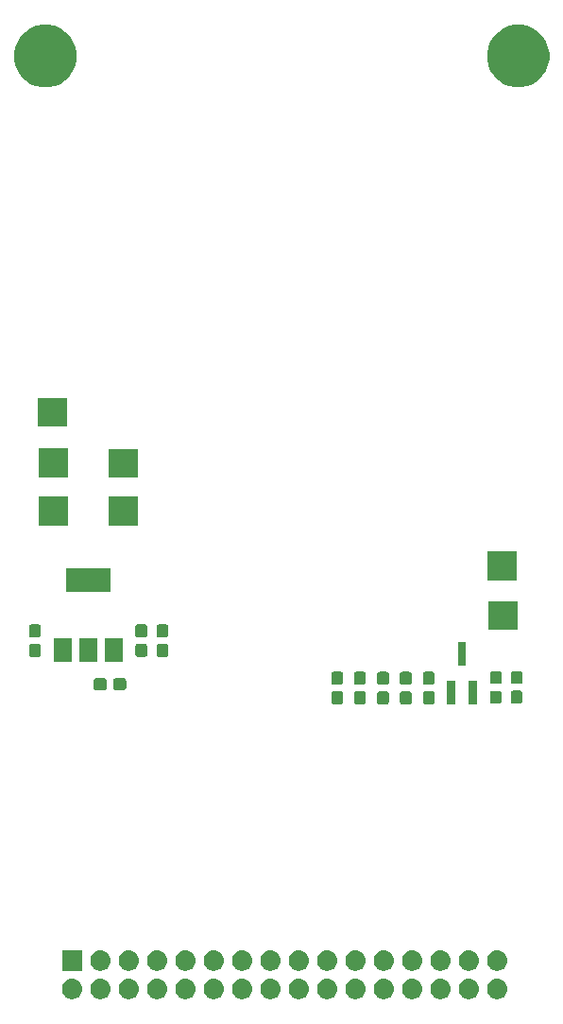
<source format=gbr>
G04 #@! TF.GenerationSoftware,KiCad,Pcbnew,(5.1.4)-1*
G04 #@! TF.CreationDate,2019-11-26T18:47:21+08:00*
G04 #@! TF.ProjectId,TFT8K3548FPC-A1-E-DIP,54465438-4b33-4353-9438-4650432d4131,rev?*
G04 #@! TF.SameCoordinates,Original*
G04 #@! TF.FileFunction,Soldermask,Bot*
G04 #@! TF.FilePolarity,Negative*
%FSLAX46Y46*%
G04 Gerber Fmt 4.6, Leading zero omitted, Abs format (unit mm)*
G04 Created by KiCad (PCBNEW (5.1.4)-1) date 2019-11-26 18:47:21*
%MOMM*%
%LPD*%
G04 APERTURE LIST*
%ADD10C,0.100000*%
G04 APERTURE END LIST*
D10*
G36*
X106110443Y-116245519D02*
G01*
X106176627Y-116252037D01*
X106346466Y-116303557D01*
X106502991Y-116387222D01*
X106538729Y-116416552D01*
X106640186Y-116499814D01*
X106723448Y-116601271D01*
X106752778Y-116637009D01*
X106836443Y-116793534D01*
X106887963Y-116963373D01*
X106905359Y-117140000D01*
X106887963Y-117316627D01*
X106836443Y-117486466D01*
X106752778Y-117642991D01*
X106723448Y-117678729D01*
X106640186Y-117780186D01*
X106538729Y-117863448D01*
X106502991Y-117892778D01*
X106346466Y-117976443D01*
X106176627Y-118027963D01*
X106110442Y-118034482D01*
X106044260Y-118041000D01*
X105955740Y-118041000D01*
X105889558Y-118034482D01*
X105823373Y-118027963D01*
X105653534Y-117976443D01*
X105497009Y-117892778D01*
X105461271Y-117863448D01*
X105359814Y-117780186D01*
X105276552Y-117678729D01*
X105247222Y-117642991D01*
X105163557Y-117486466D01*
X105112037Y-117316627D01*
X105094641Y-117140000D01*
X105112037Y-116963373D01*
X105163557Y-116793534D01*
X105247222Y-116637009D01*
X105276552Y-116601271D01*
X105359814Y-116499814D01*
X105461271Y-116416552D01*
X105497009Y-116387222D01*
X105653534Y-116303557D01*
X105823373Y-116252037D01*
X105889557Y-116245519D01*
X105955740Y-116239000D01*
X106044260Y-116239000D01*
X106110443Y-116245519D01*
X106110443Y-116245519D01*
G37*
G36*
X123890443Y-116245519D02*
G01*
X123956627Y-116252037D01*
X124126466Y-116303557D01*
X124282991Y-116387222D01*
X124318729Y-116416552D01*
X124420186Y-116499814D01*
X124503448Y-116601271D01*
X124532778Y-116637009D01*
X124616443Y-116793534D01*
X124667963Y-116963373D01*
X124685359Y-117140000D01*
X124667963Y-117316627D01*
X124616443Y-117486466D01*
X124532778Y-117642991D01*
X124503448Y-117678729D01*
X124420186Y-117780186D01*
X124318729Y-117863448D01*
X124282991Y-117892778D01*
X124126466Y-117976443D01*
X123956627Y-118027963D01*
X123890442Y-118034482D01*
X123824260Y-118041000D01*
X123735740Y-118041000D01*
X123669558Y-118034482D01*
X123603373Y-118027963D01*
X123433534Y-117976443D01*
X123277009Y-117892778D01*
X123241271Y-117863448D01*
X123139814Y-117780186D01*
X123056552Y-117678729D01*
X123027222Y-117642991D01*
X122943557Y-117486466D01*
X122892037Y-117316627D01*
X122874641Y-117140000D01*
X122892037Y-116963373D01*
X122943557Y-116793534D01*
X123027222Y-116637009D01*
X123056552Y-116601271D01*
X123139814Y-116499814D01*
X123241271Y-116416552D01*
X123277009Y-116387222D01*
X123433534Y-116303557D01*
X123603373Y-116252037D01*
X123669557Y-116245519D01*
X123735740Y-116239000D01*
X123824260Y-116239000D01*
X123890443Y-116245519D01*
X123890443Y-116245519D01*
G37*
G36*
X131510443Y-116245519D02*
G01*
X131576627Y-116252037D01*
X131746466Y-116303557D01*
X131902991Y-116387222D01*
X131938729Y-116416552D01*
X132040186Y-116499814D01*
X132123448Y-116601271D01*
X132152778Y-116637009D01*
X132236443Y-116793534D01*
X132287963Y-116963373D01*
X132305359Y-117140000D01*
X132287963Y-117316627D01*
X132236443Y-117486466D01*
X132152778Y-117642991D01*
X132123448Y-117678729D01*
X132040186Y-117780186D01*
X131938729Y-117863448D01*
X131902991Y-117892778D01*
X131746466Y-117976443D01*
X131576627Y-118027963D01*
X131510442Y-118034482D01*
X131444260Y-118041000D01*
X131355740Y-118041000D01*
X131289558Y-118034482D01*
X131223373Y-118027963D01*
X131053534Y-117976443D01*
X130897009Y-117892778D01*
X130861271Y-117863448D01*
X130759814Y-117780186D01*
X130676552Y-117678729D01*
X130647222Y-117642991D01*
X130563557Y-117486466D01*
X130512037Y-117316627D01*
X130494641Y-117140000D01*
X130512037Y-116963373D01*
X130563557Y-116793534D01*
X130647222Y-116637009D01*
X130676552Y-116601271D01*
X130759814Y-116499814D01*
X130861271Y-116416552D01*
X130897009Y-116387222D01*
X131053534Y-116303557D01*
X131223373Y-116252037D01*
X131289557Y-116245519D01*
X131355740Y-116239000D01*
X131444260Y-116239000D01*
X131510443Y-116245519D01*
X131510443Y-116245519D01*
G37*
G36*
X134050443Y-116245519D02*
G01*
X134116627Y-116252037D01*
X134286466Y-116303557D01*
X134442991Y-116387222D01*
X134478729Y-116416552D01*
X134580186Y-116499814D01*
X134663448Y-116601271D01*
X134692778Y-116637009D01*
X134776443Y-116793534D01*
X134827963Y-116963373D01*
X134845359Y-117140000D01*
X134827963Y-117316627D01*
X134776443Y-117486466D01*
X134692778Y-117642991D01*
X134663448Y-117678729D01*
X134580186Y-117780186D01*
X134478729Y-117863448D01*
X134442991Y-117892778D01*
X134286466Y-117976443D01*
X134116627Y-118027963D01*
X134050442Y-118034482D01*
X133984260Y-118041000D01*
X133895740Y-118041000D01*
X133829558Y-118034482D01*
X133763373Y-118027963D01*
X133593534Y-117976443D01*
X133437009Y-117892778D01*
X133401271Y-117863448D01*
X133299814Y-117780186D01*
X133216552Y-117678729D01*
X133187222Y-117642991D01*
X133103557Y-117486466D01*
X133052037Y-117316627D01*
X133034641Y-117140000D01*
X133052037Y-116963373D01*
X133103557Y-116793534D01*
X133187222Y-116637009D01*
X133216552Y-116601271D01*
X133299814Y-116499814D01*
X133401271Y-116416552D01*
X133437009Y-116387222D01*
X133593534Y-116303557D01*
X133763373Y-116252037D01*
X133829557Y-116245519D01*
X133895740Y-116239000D01*
X133984260Y-116239000D01*
X134050443Y-116245519D01*
X134050443Y-116245519D01*
G37*
G36*
X136590443Y-116245519D02*
G01*
X136656627Y-116252037D01*
X136826466Y-116303557D01*
X136982991Y-116387222D01*
X137018729Y-116416552D01*
X137120186Y-116499814D01*
X137203448Y-116601271D01*
X137232778Y-116637009D01*
X137316443Y-116793534D01*
X137367963Y-116963373D01*
X137385359Y-117140000D01*
X137367963Y-117316627D01*
X137316443Y-117486466D01*
X137232778Y-117642991D01*
X137203448Y-117678729D01*
X137120186Y-117780186D01*
X137018729Y-117863448D01*
X136982991Y-117892778D01*
X136826466Y-117976443D01*
X136656627Y-118027963D01*
X136590442Y-118034482D01*
X136524260Y-118041000D01*
X136435740Y-118041000D01*
X136369558Y-118034482D01*
X136303373Y-118027963D01*
X136133534Y-117976443D01*
X135977009Y-117892778D01*
X135941271Y-117863448D01*
X135839814Y-117780186D01*
X135756552Y-117678729D01*
X135727222Y-117642991D01*
X135643557Y-117486466D01*
X135592037Y-117316627D01*
X135574641Y-117140000D01*
X135592037Y-116963373D01*
X135643557Y-116793534D01*
X135727222Y-116637009D01*
X135756552Y-116601271D01*
X135839814Y-116499814D01*
X135941271Y-116416552D01*
X135977009Y-116387222D01*
X136133534Y-116303557D01*
X136303373Y-116252037D01*
X136369557Y-116245519D01*
X136435740Y-116239000D01*
X136524260Y-116239000D01*
X136590443Y-116245519D01*
X136590443Y-116245519D01*
G37*
G36*
X139130443Y-116245519D02*
G01*
X139196627Y-116252037D01*
X139366466Y-116303557D01*
X139522991Y-116387222D01*
X139558729Y-116416552D01*
X139660186Y-116499814D01*
X139743448Y-116601271D01*
X139772778Y-116637009D01*
X139856443Y-116793534D01*
X139907963Y-116963373D01*
X139925359Y-117140000D01*
X139907963Y-117316627D01*
X139856443Y-117486466D01*
X139772778Y-117642991D01*
X139743448Y-117678729D01*
X139660186Y-117780186D01*
X139558729Y-117863448D01*
X139522991Y-117892778D01*
X139366466Y-117976443D01*
X139196627Y-118027963D01*
X139130442Y-118034482D01*
X139064260Y-118041000D01*
X138975740Y-118041000D01*
X138909558Y-118034482D01*
X138843373Y-118027963D01*
X138673534Y-117976443D01*
X138517009Y-117892778D01*
X138481271Y-117863448D01*
X138379814Y-117780186D01*
X138296552Y-117678729D01*
X138267222Y-117642991D01*
X138183557Y-117486466D01*
X138132037Y-117316627D01*
X138114641Y-117140000D01*
X138132037Y-116963373D01*
X138183557Y-116793534D01*
X138267222Y-116637009D01*
X138296552Y-116601271D01*
X138379814Y-116499814D01*
X138481271Y-116416552D01*
X138517009Y-116387222D01*
X138673534Y-116303557D01*
X138843373Y-116252037D01*
X138909557Y-116245519D01*
X138975740Y-116239000D01*
X139064260Y-116239000D01*
X139130443Y-116245519D01*
X139130443Y-116245519D01*
G37*
G36*
X128970443Y-116245519D02*
G01*
X129036627Y-116252037D01*
X129206466Y-116303557D01*
X129362991Y-116387222D01*
X129398729Y-116416552D01*
X129500186Y-116499814D01*
X129583448Y-116601271D01*
X129612778Y-116637009D01*
X129696443Y-116793534D01*
X129747963Y-116963373D01*
X129765359Y-117140000D01*
X129747963Y-117316627D01*
X129696443Y-117486466D01*
X129612778Y-117642991D01*
X129583448Y-117678729D01*
X129500186Y-117780186D01*
X129398729Y-117863448D01*
X129362991Y-117892778D01*
X129206466Y-117976443D01*
X129036627Y-118027963D01*
X128970442Y-118034482D01*
X128904260Y-118041000D01*
X128815740Y-118041000D01*
X128749558Y-118034482D01*
X128683373Y-118027963D01*
X128513534Y-117976443D01*
X128357009Y-117892778D01*
X128321271Y-117863448D01*
X128219814Y-117780186D01*
X128136552Y-117678729D01*
X128107222Y-117642991D01*
X128023557Y-117486466D01*
X127972037Y-117316627D01*
X127954641Y-117140000D01*
X127972037Y-116963373D01*
X128023557Y-116793534D01*
X128107222Y-116637009D01*
X128136552Y-116601271D01*
X128219814Y-116499814D01*
X128321271Y-116416552D01*
X128357009Y-116387222D01*
X128513534Y-116303557D01*
X128683373Y-116252037D01*
X128749557Y-116245519D01*
X128815740Y-116239000D01*
X128904260Y-116239000D01*
X128970443Y-116245519D01*
X128970443Y-116245519D01*
G37*
G36*
X126430443Y-116245519D02*
G01*
X126496627Y-116252037D01*
X126666466Y-116303557D01*
X126822991Y-116387222D01*
X126858729Y-116416552D01*
X126960186Y-116499814D01*
X127043448Y-116601271D01*
X127072778Y-116637009D01*
X127156443Y-116793534D01*
X127207963Y-116963373D01*
X127225359Y-117140000D01*
X127207963Y-117316627D01*
X127156443Y-117486466D01*
X127072778Y-117642991D01*
X127043448Y-117678729D01*
X126960186Y-117780186D01*
X126858729Y-117863448D01*
X126822991Y-117892778D01*
X126666466Y-117976443D01*
X126496627Y-118027963D01*
X126430442Y-118034482D01*
X126364260Y-118041000D01*
X126275740Y-118041000D01*
X126209558Y-118034482D01*
X126143373Y-118027963D01*
X125973534Y-117976443D01*
X125817009Y-117892778D01*
X125781271Y-117863448D01*
X125679814Y-117780186D01*
X125596552Y-117678729D01*
X125567222Y-117642991D01*
X125483557Y-117486466D01*
X125432037Y-117316627D01*
X125414641Y-117140000D01*
X125432037Y-116963373D01*
X125483557Y-116793534D01*
X125567222Y-116637009D01*
X125596552Y-116601271D01*
X125679814Y-116499814D01*
X125781271Y-116416552D01*
X125817009Y-116387222D01*
X125973534Y-116303557D01*
X126143373Y-116252037D01*
X126209557Y-116245519D01*
X126275740Y-116239000D01*
X126364260Y-116239000D01*
X126430443Y-116245519D01*
X126430443Y-116245519D01*
G37*
G36*
X141670443Y-116245519D02*
G01*
X141736627Y-116252037D01*
X141906466Y-116303557D01*
X142062991Y-116387222D01*
X142098729Y-116416552D01*
X142200186Y-116499814D01*
X142283448Y-116601271D01*
X142312778Y-116637009D01*
X142396443Y-116793534D01*
X142447963Y-116963373D01*
X142465359Y-117140000D01*
X142447963Y-117316627D01*
X142396443Y-117486466D01*
X142312778Y-117642991D01*
X142283448Y-117678729D01*
X142200186Y-117780186D01*
X142098729Y-117863448D01*
X142062991Y-117892778D01*
X141906466Y-117976443D01*
X141736627Y-118027963D01*
X141670442Y-118034482D01*
X141604260Y-118041000D01*
X141515740Y-118041000D01*
X141449558Y-118034482D01*
X141383373Y-118027963D01*
X141213534Y-117976443D01*
X141057009Y-117892778D01*
X141021271Y-117863448D01*
X140919814Y-117780186D01*
X140836552Y-117678729D01*
X140807222Y-117642991D01*
X140723557Y-117486466D01*
X140672037Y-117316627D01*
X140654641Y-117140000D01*
X140672037Y-116963373D01*
X140723557Y-116793534D01*
X140807222Y-116637009D01*
X140836552Y-116601271D01*
X140919814Y-116499814D01*
X141021271Y-116416552D01*
X141057009Y-116387222D01*
X141213534Y-116303557D01*
X141383373Y-116252037D01*
X141449557Y-116245519D01*
X141515740Y-116239000D01*
X141604260Y-116239000D01*
X141670443Y-116245519D01*
X141670443Y-116245519D01*
G37*
G36*
X118810443Y-116245519D02*
G01*
X118876627Y-116252037D01*
X119046466Y-116303557D01*
X119202991Y-116387222D01*
X119238729Y-116416552D01*
X119340186Y-116499814D01*
X119423448Y-116601271D01*
X119452778Y-116637009D01*
X119536443Y-116793534D01*
X119587963Y-116963373D01*
X119605359Y-117140000D01*
X119587963Y-117316627D01*
X119536443Y-117486466D01*
X119452778Y-117642991D01*
X119423448Y-117678729D01*
X119340186Y-117780186D01*
X119238729Y-117863448D01*
X119202991Y-117892778D01*
X119046466Y-117976443D01*
X118876627Y-118027963D01*
X118810442Y-118034482D01*
X118744260Y-118041000D01*
X118655740Y-118041000D01*
X118589558Y-118034482D01*
X118523373Y-118027963D01*
X118353534Y-117976443D01*
X118197009Y-117892778D01*
X118161271Y-117863448D01*
X118059814Y-117780186D01*
X117976552Y-117678729D01*
X117947222Y-117642991D01*
X117863557Y-117486466D01*
X117812037Y-117316627D01*
X117794641Y-117140000D01*
X117812037Y-116963373D01*
X117863557Y-116793534D01*
X117947222Y-116637009D01*
X117976552Y-116601271D01*
X118059814Y-116499814D01*
X118161271Y-116416552D01*
X118197009Y-116387222D01*
X118353534Y-116303557D01*
X118523373Y-116252037D01*
X118589557Y-116245519D01*
X118655740Y-116239000D01*
X118744260Y-116239000D01*
X118810443Y-116245519D01*
X118810443Y-116245519D01*
G37*
G36*
X144210443Y-116245519D02*
G01*
X144276627Y-116252037D01*
X144446466Y-116303557D01*
X144602991Y-116387222D01*
X144638729Y-116416552D01*
X144740186Y-116499814D01*
X144823448Y-116601271D01*
X144852778Y-116637009D01*
X144936443Y-116793534D01*
X144987963Y-116963373D01*
X145005359Y-117140000D01*
X144987963Y-117316627D01*
X144936443Y-117486466D01*
X144852778Y-117642991D01*
X144823448Y-117678729D01*
X144740186Y-117780186D01*
X144638729Y-117863448D01*
X144602991Y-117892778D01*
X144446466Y-117976443D01*
X144276627Y-118027963D01*
X144210442Y-118034482D01*
X144144260Y-118041000D01*
X144055740Y-118041000D01*
X143989558Y-118034482D01*
X143923373Y-118027963D01*
X143753534Y-117976443D01*
X143597009Y-117892778D01*
X143561271Y-117863448D01*
X143459814Y-117780186D01*
X143376552Y-117678729D01*
X143347222Y-117642991D01*
X143263557Y-117486466D01*
X143212037Y-117316627D01*
X143194641Y-117140000D01*
X143212037Y-116963373D01*
X143263557Y-116793534D01*
X143347222Y-116637009D01*
X143376552Y-116601271D01*
X143459814Y-116499814D01*
X143561271Y-116416552D01*
X143597009Y-116387222D01*
X143753534Y-116303557D01*
X143923373Y-116252037D01*
X143989557Y-116245519D01*
X144055740Y-116239000D01*
X144144260Y-116239000D01*
X144210443Y-116245519D01*
X144210443Y-116245519D01*
G37*
G36*
X116270443Y-116245519D02*
G01*
X116336627Y-116252037D01*
X116506466Y-116303557D01*
X116662991Y-116387222D01*
X116698729Y-116416552D01*
X116800186Y-116499814D01*
X116883448Y-116601271D01*
X116912778Y-116637009D01*
X116996443Y-116793534D01*
X117047963Y-116963373D01*
X117065359Y-117140000D01*
X117047963Y-117316627D01*
X116996443Y-117486466D01*
X116912778Y-117642991D01*
X116883448Y-117678729D01*
X116800186Y-117780186D01*
X116698729Y-117863448D01*
X116662991Y-117892778D01*
X116506466Y-117976443D01*
X116336627Y-118027963D01*
X116270442Y-118034482D01*
X116204260Y-118041000D01*
X116115740Y-118041000D01*
X116049558Y-118034482D01*
X115983373Y-118027963D01*
X115813534Y-117976443D01*
X115657009Y-117892778D01*
X115621271Y-117863448D01*
X115519814Y-117780186D01*
X115436552Y-117678729D01*
X115407222Y-117642991D01*
X115323557Y-117486466D01*
X115272037Y-117316627D01*
X115254641Y-117140000D01*
X115272037Y-116963373D01*
X115323557Y-116793534D01*
X115407222Y-116637009D01*
X115436552Y-116601271D01*
X115519814Y-116499814D01*
X115621271Y-116416552D01*
X115657009Y-116387222D01*
X115813534Y-116303557D01*
X115983373Y-116252037D01*
X116049557Y-116245519D01*
X116115740Y-116239000D01*
X116204260Y-116239000D01*
X116270443Y-116245519D01*
X116270443Y-116245519D01*
G37*
G36*
X113730443Y-116245519D02*
G01*
X113796627Y-116252037D01*
X113966466Y-116303557D01*
X114122991Y-116387222D01*
X114158729Y-116416552D01*
X114260186Y-116499814D01*
X114343448Y-116601271D01*
X114372778Y-116637009D01*
X114456443Y-116793534D01*
X114507963Y-116963373D01*
X114525359Y-117140000D01*
X114507963Y-117316627D01*
X114456443Y-117486466D01*
X114372778Y-117642991D01*
X114343448Y-117678729D01*
X114260186Y-117780186D01*
X114158729Y-117863448D01*
X114122991Y-117892778D01*
X113966466Y-117976443D01*
X113796627Y-118027963D01*
X113730442Y-118034482D01*
X113664260Y-118041000D01*
X113575740Y-118041000D01*
X113509558Y-118034482D01*
X113443373Y-118027963D01*
X113273534Y-117976443D01*
X113117009Y-117892778D01*
X113081271Y-117863448D01*
X112979814Y-117780186D01*
X112896552Y-117678729D01*
X112867222Y-117642991D01*
X112783557Y-117486466D01*
X112732037Y-117316627D01*
X112714641Y-117140000D01*
X112732037Y-116963373D01*
X112783557Y-116793534D01*
X112867222Y-116637009D01*
X112896552Y-116601271D01*
X112979814Y-116499814D01*
X113081271Y-116416552D01*
X113117009Y-116387222D01*
X113273534Y-116303557D01*
X113443373Y-116252037D01*
X113509557Y-116245519D01*
X113575740Y-116239000D01*
X113664260Y-116239000D01*
X113730443Y-116245519D01*
X113730443Y-116245519D01*
G37*
G36*
X111190443Y-116245519D02*
G01*
X111256627Y-116252037D01*
X111426466Y-116303557D01*
X111582991Y-116387222D01*
X111618729Y-116416552D01*
X111720186Y-116499814D01*
X111803448Y-116601271D01*
X111832778Y-116637009D01*
X111916443Y-116793534D01*
X111967963Y-116963373D01*
X111985359Y-117140000D01*
X111967963Y-117316627D01*
X111916443Y-117486466D01*
X111832778Y-117642991D01*
X111803448Y-117678729D01*
X111720186Y-117780186D01*
X111618729Y-117863448D01*
X111582991Y-117892778D01*
X111426466Y-117976443D01*
X111256627Y-118027963D01*
X111190442Y-118034482D01*
X111124260Y-118041000D01*
X111035740Y-118041000D01*
X110969558Y-118034482D01*
X110903373Y-118027963D01*
X110733534Y-117976443D01*
X110577009Y-117892778D01*
X110541271Y-117863448D01*
X110439814Y-117780186D01*
X110356552Y-117678729D01*
X110327222Y-117642991D01*
X110243557Y-117486466D01*
X110192037Y-117316627D01*
X110174641Y-117140000D01*
X110192037Y-116963373D01*
X110243557Y-116793534D01*
X110327222Y-116637009D01*
X110356552Y-116601271D01*
X110439814Y-116499814D01*
X110541271Y-116416552D01*
X110577009Y-116387222D01*
X110733534Y-116303557D01*
X110903373Y-116252037D01*
X110969557Y-116245519D01*
X111035740Y-116239000D01*
X111124260Y-116239000D01*
X111190443Y-116245519D01*
X111190443Y-116245519D01*
G37*
G36*
X108650443Y-116245519D02*
G01*
X108716627Y-116252037D01*
X108886466Y-116303557D01*
X109042991Y-116387222D01*
X109078729Y-116416552D01*
X109180186Y-116499814D01*
X109263448Y-116601271D01*
X109292778Y-116637009D01*
X109376443Y-116793534D01*
X109427963Y-116963373D01*
X109445359Y-117140000D01*
X109427963Y-117316627D01*
X109376443Y-117486466D01*
X109292778Y-117642991D01*
X109263448Y-117678729D01*
X109180186Y-117780186D01*
X109078729Y-117863448D01*
X109042991Y-117892778D01*
X108886466Y-117976443D01*
X108716627Y-118027963D01*
X108650442Y-118034482D01*
X108584260Y-118041000D01*
X108495740Y-118041000D01*
X108429558Y-118034482D01*
X108363373Y-118027963D01*
X108193534Y-117976443D01*
X108037009Y-117892778D01*
X108001271Y-117863448D01*
X107899814Y-117780186D01*
X107816552Y-117678729D01*
X107787222Y-117642991D01*
X107703557Y-117486466D01*
X107652037Y-117316627D01*
X107634641Y-117140000D01*
X107652037Y-116963373D01*
X107703557Y-116793534D01*
X107787222Y-116637009D01*
X107816552Y-116601271D01*
X107899814Y-116499814D01*
X108001271Y-116416552D01*
X108037009Y-116387222D01*
X108193534Y-116303557D01*
X108363373Y-116252037D01*
X108429557Y-116245519D01*
X108495740Y-116239000D01*
X108584260Y-116239000D01*
X108650443Y-116245519D01*
X108650443Y-116245519D01*
G37*
G36*
X121350443Y-116245519D02*
G01*
X121416627Y-116252037D01*
X121586466Y-116303557D01*
X121742991Y-116387222D01*
X121778729Y-116416552D01*
X121880186Y-116499814D01*
X121963448Y-116601271D01*
X121992778Y-116637009D01*
X122076443Y-116793534D01*
X122127963Y-116963373D01*
X122145359Y-117140000D01*
X122127963Y-117316627D01*
X122076443Y-117486466D01*
X121992778Y-117642991D01*
X121963448Y-117678729D01*
X121880186Y-117780186D01*
X121778729Y-117863448D01*
X121742991Y-117892778D01*
X121586466Y-117976443D01*
X121416627Y-118027963D01*
X121350442Y-118034482D01*
X121284260Y-118041000D01*
X121195740Y-118041000D01*
X121129558Y-118034482D01*
X121063373Y-118027963D01*
X120893534Y-117976443D01*
X120737009Y-117892778D01*
X120701271Y-117863448D01*
X120599814Y-117780186D01*
X120516552Y-117678729D01*
X120487222Y-117642991D01*
X120403557Y-117486466D01*
X120352037Y-117316627D01*
X120334641Y-117140000D01*
X120352037Y-116963373D01*
X120403557Y-116793534D01*
X120487222Y-116637009D01*
X120516552Y-116601271D01*
X120599814Y-116499814D01*
X120701271Y-116416552D01*
X120737009Y-116387222D01*
X120893534Y-116303557D01*
X121063373Y-116252037D01*
X121129557Y-116245519D01*
X121195740Y-116239000D01*
X121284260Y-116239000D01*
X121350443Y-116245519D01*
X121350443Y-116245519D01*
G37*
G36*
X139130443Y-113705519D02*
G01*
X139196627Y-113712037D01*
X139366466Y-113763557D01*
X139522991Y-113847222D01*
X139558729Y-113876552D01*
X139660186Y-113959814D01*
X139743448Y-114061271D01*
X139772778Y-114097009D01*
X139856443Y-114253534D01*
X139907963Y-114423373D01*
X139925359Y-114600000D01*
X139907963Y-114776627D01*
X139856443Y-114946466D01*
X139772778Y-115102991D01*
X139743448Y-115138729D01*
X139660186Y-115240186D01*
X139558729Y-115323448D01*
X139522991Y-115352778D01*
X139366466Y-115436443D01*
X139196627Y-115487963D01*
X139130443Y-115494481D01*
X139064260Y-115501000D01*
X138975740Y-115501000D01*
X138909557Y-115494481D01*
X138843373Y-115487963D01*
X138673534Y-115436443D01*
X138517009Y-115352778D01*
X138481271Y-115323448D01*
X138379814Y-115240186D01*
X138296552Y-115138729D01*
X138267222Y-115102991D01*
X138183557Y-114946466D01*
X138132037Y-114776627D01*
X138114641Y-114600000D01*
X138132037Y-114423373D01*
X138183557Y-114253534D01*
X138267222Y-114097009D01*
X138296552Y-114061271D01*
X138379814Y-113959814D01*
X138481271Y-113876552D01*
X138517009Y-113847222D01*
X138673534Y-113763557D01*
X138843373Y-113712037D01*
X138909557Y-113705519D01*
X138975740Y-113699000D01*
X139064260Y-113699000D01*
X139130443Y-113705519D01*
X139130443Y-113705519D01*
G37*
G36*
X108650443Y-113705519D02*
G01*
X108716627Y-113712037D01*
X108886466Y-113763557D01*
X109042991Y-113847222D01*
X109078729Y-113876552D01*
X109180186Y-113959814D01*
X109263448Y-114061271D01*
X109292778Y-114097009D01*
X109376443Y-114253534D01*
X109427963Y-114423373D01*
X109445359Y-114600000D01*
X109427963Y-114776627D01*
X109376443Y-114946466D01*
X109292778Y-115102991D01*
X109263448Y-115138729D01*
X109180186Y-115240186D01*
X109078729Y-115323448D01*
X109042991Y-115352778D01*
X108886466Y-115436443D01*
X108716627Y-115487963D01*
X108650443Y-115494481D01*
X108584260Y-115501000D01*
X108495740Y-115501000D01*
X108429557Y-115494481D01*
X108363373Y-115487963D01*
X108193534Y-115436443D01*
X108037009Y-115352778D01*
X108001271Y-115323448D01*
X107899814Y-115240186D01*
X107816552Y-115138729D01*
X107787222Y-115102991D01*
X107703557Y-114946466D01*
X107652037Y-114776627D01*
X107634641Y-114600000D01*
X107652037Y-114423373D01*
X107703557Y-114253534D01*
X107787222Y-114097009D01*
X107816552Y-114061271D01*
X107899814Y-113959814D01*
X108001271Y-113876552D01*
X108037009Y-113847222D01*
X108193534Y-113763557D01*
X108363373Y-113712037D01*
X108429557Y-113705519D01*
X108495740Y-113699000D01*
X108584260Y-113699000D01*
X108650443Y-113705519D01*
X108650443Y-113705519D01*
G37*
G36*
X106901000Y-115501000D02*
G01*
X105099000Y-115501000D01*
X105099000Y-113699000D01*
X106901000Y-113699000D01*
X106901000Y-115501000D01*
X106901000Y-115501000D01*
G37*
G36*
X111190443Y-113705519D02*
G01*
X111256627Y-113712037D01*
X111426466Y-113763557D01*
X111582991Y-113847222D01*
X111618729Y-113876552D01*
X111720186Y-113959814D01*
X111803448Y-114061271D01*
X111832778Y-114097009D01*
X111916443Y-114253534D01*
X111967963Y-114423373D01*
X111985359Y-114600000D01*
X111967963Y-114776627D01*
X111916443Y-114946466D01*
X111832778Y-115102991D01*
X111803448Y-115138729D01*
X111720186Y-115240186D01*
X111618729Y-115323448D01*
X111582991Y-115352778D01*
X111426466Y-115436443D01*
X111256627Y-115487963D01*
X111190443Y-115494481D01*
X111124260Y-115501000D01*
X111035740Y-115501000D01*
X110969557Y-115494481D01*
X110903373Y-115487963D01*
X110733534Y-115436443D01*
X110577009Y-115352778D01*
X110541271Y-115323448D01*
X110439814Y-115240186D01*
X110356552Y-115138729D01*
X110327222Y-115102991D01*
X110243557Y-114946466D01*
X110192037Y-114776627D01*
X110174641Y-114600000D01*
X110192037Y-114423373D01*
X110243557Y-114253534D01*
X110327222Y-114097009D01*
X110356552Y-114061271D01*
X110439814Y-113959814D01*
X110541271Y-113876552D01*
X110577009Y-113847222D01*
X110733534Y-113763557D01*
X110903373Y-113712037D01*
X110969557Y-113705519D01*
X111035740Y-113699000D01*
X111124260Y-113699000D01*
X111190443Y-113705519D01*
X111190443Y-113705519D01*
G37*
G36*
X131510443Y-113705519D02*
G01*
X131576627Y-113712037D01*
X131746466Y-113763557D01*
X131902991Y-113847222D01*
X131938729Y-113876552D01*
X132040186Y-113959814D01*
X132123448Y-114061271D01*
X132152778Y-114097009D01*
X132236443Y-114253534D01*
X132287963Y-114423373D01*
X132305359Y-114600000D01*
X132287963Y-114776627D01*
X132236443Y-114946466D01*
X132152778Y-115102991D01*
X132123448Y-115138729D01*
X132040186Y-115240186D01*
X131938729Y-115323448D01*
X131902991Y-115352778D01*
X131746466Y-115436443D01*
X131576627Y-115487963D01*
X131510443Y-115494481D01*
X131444260Y-115501000D01*
X131355740Y-115501000D01*
X131289557Y-115494481D01*
X131223373Y-115487963D01*
X131053534Y-115436443D01*
X130897009Y-115352778D01*
X130861271Y-115323448D01*
X130759814Y-115240186D01*
X130676552Y-115138729D01*
X130647222Y-115102991D01*
X130563557Y-114946466D01*
X130512037Y-114776627D01*
X130494641Y-114600000D01*
X130512037Y-114423373D01*
X130563557Y-114253534D01*
X130647222Y-114097009D01*
X130676552Y-114061271D01*
X130759814Y-113959814D01*
X130861271Y-113876552D01*
X130897009Y-113847222D01*
X131053534Y-113763557D01*
X131223373Y-113712037D01*
X131289557Y-113705519D01*
X131355740Y-113699000D01*
X131444260Y-113699000D01*
X131510443Y-113705519D01*
X131510443Y-113705519D01*
G37*
G36*
X128970443Y-113705519D02*
G01*
X129036627Y-113712037D01*
X129206466Y-113763557D01*
X129362991Y-113847222D01*
X129398729Y-113876552D01*
X129500186Y-113959814D01*
X129583448Y-114061271D01*
X129612778Y-114097009D01*
X129696443Y-114253534D01*
X129747963Y-114423373D01*
X129765359Y-114600000D01*
X129747963Y-114776627D01*
X129696443Y-114946466D01*
X129612778Y-115102991D01*
X129583448Y-115138729D01*
X129500186Y-115240186D01*
X129398729Y-115323448D01*
X129362991Y-115352778D01*
X129206466Y-115436443D01*
X129036627Y-115487963D01*
X128970443Y-115494481D01*
X128904260Y-115501000D01*
X128815740Y-115501000D01*
X128749557Y-115494481D01*
X128683373Y-115487963D01*
X128513534Y-115436443D01*
X128357009Y-115352778D01*
X128321271Y-115323448D01*
X128219814Y-115240186D01*
X128136552Y-115138729D01*
X128107222Y-115102991D01*
X128023557Y-114946466D01*
X127972037Y-114776627D01*
X127954641Y-114600000D01*
X127972037Y-114423373D01*
X128023557Y-114253534D01*
X128107222Y-114097009D01*
X128136552Y-114061271D01*
X128219814Y-113959814D01*
X128321271Y-113876552D01*
X128357009Y-113847222D01*
X128513534Y-113763557D01*
X128683373Y-113712037D01*
X128749557Y-113705519D01*
X128815740Y-113699000D01*
X128904260Y-113699000D01*
X128970443Y-113705519D01*
X128970443Y-113705519D01*
G37*
G36*
X126430443Y-113705519D02*
G01*
X126496627Y-113712037D01*
X126666466Y-113763557D01*
X126822991Y-113847222D01*
X126858729Y-113876552D01*
X126960186Y-113959814D01*
X127043448Y-114061271D01*
X127072778Y-114097009D01*
X127156443Y-114253534D01*
X127207963Y-114423373D01*
X127225359Y-114600000D01*
X127207963Y-114776627D01*
X127156443Y-114946466D01*
X127072778Y-115102991D01*
X127043448Y-115138729D01*
X126960186Y-115240186D01*
X126858729Y-115323448D01*
X126822991Y-115352778D01*
X126666466Y-115436443D01*
X126496627Y-115487963D01*
X126430443Y-115494481D01*
X126364260Y-115501000D01*
X126275740Y-115501000D01*
X126209557Y-115494481D01*
X126143373Y-115487963D01*
X125973534Y-115436443D01*
X125817009Y-115352778D01*
X125781271Y-115323448D01*
X125679814Y-115240186D01*
X125596552Y-115138729D01*
X125567222Y-115102991D01*
X125483557Y-114946466D01*
X125432037Y-114776627D01*
X125414641Y-114600000D01*
X125432037Y-114423373D01*
X125483557Y-114253534D01*
X125567222Y-114097009D01*
X125596552Y-114061271D01*
X125679814Y-113959814D01*
X125781271Y-113876552D01*
X125817009Y-113847222D01*
X125973534Y-113763557D01*
X126143373Y-113712037D01*
X126209557Y-113705519D01*
X126275740Y-113699000D01*
X126364260Y-113699000D01*
X126430443Y-113705519D01*
X126430443Y-113705519D01*
G37*
G36*
X141670443Y-113705519D02*
G01*
X141736627Y-113712037D01*
X141906466Y-113763557D01*
X142062991Y-113847222D01*
X142098729Y-113876552D01*
X142200186Y-113959814D01*
X142283448Y-114061271D01*
X142312778Y-114097009D01*
X142396443Y-114253534D01*
X142447963Y-114423373D01*
X142465359Y-114600000D01*
X142447963Y-114776627D01*
X142396443Y-114946466D01*
X142312778Y-115102991D01*
X142283448Y-115138729D01*
X142200186Y-115240186D01*
X142098729Y-115323448D01*
X142062991Y-115352778D01*
X141906466Y-115436443D01*
X141736627Y-115487963D01*
X141670443Y-115494481D01*
X141604260Y-115501000D01*
X141515740Y-115501000D01*
X141449557Y-115494481D01*
X141383373Y-115487963D01*
X141213534Y-115436443D01*
X141057009Y-115352778D01*
X141021271Y-115323448D01*
X140919814Y-115240186D01*
X140836552Y-115138729D01*
X140807222Y-115102991D01*
X140723557Y-114946466D01*
X140672037Y-114776627D01*
X140654641Y-114600000D01*
X140672037Y-114423373D01*
X140723557Y-114253534D01*
X140807222Y-114097009D01*
X140836552Y-114061271D01*
X140919814Y-113959814D01*
X141021271Y-113876552D01*
X141057009Y-113847222D01*
X141213534Y-113763557D01*
X141383373Y-113712037D01*
X141449557Y-113705519D01*
X141515740Y-113699000D01*
X141604260Y-113699000D01*
X141670443Y-113705519D01*
X141670443Y-113705519D01*
G37*
G36*
X123890443Y-113705519D02*
G01*
X123956627Y-113712037D01*
X124126466Y-113763557D01*
X124282991Y-113847222D01*
X124318729Y-113876552D01*
X124420186Y-113959814D01*
X124503448Y-114061271D01*
X124532778Y-114097009D01*
X124616443Y-114253534D01*
X124667963Y-114423373D01*
X124685359Y-114600000D01*
X124667963Y-114776627D01*
X124616443Y-114946466D01*
X124532778Y-115102991D01*
X124503448Y-115138729D01*
X124420186Y-115240186D01*
X124318729Y-115323448D01*
X124282991Y-115352778D01*
X124126466Y-115436443D01*
X123956627Y-115487963D01*
X123890443Y-115494481D01*
X123824260Y-115501000D01*
X123735740Y-115501000D01*
X123669557Y-115494481D01*
X123603373Y-115487963D01*
X123433534Y-115436443D01*
X123277009Y-115352778D01*
X123241271Y-115323448D01*
X123139814Y-115240186D01*
X123056552Y-115138729D01*
X123027222Y-115102991D01*
X122943557Y-114946466D01*
X122892037Y-114776627D01*
X122874641Y-114600000D01*
X122892037Y-114423373D01*
X122943557Y-114253534D01*
X123027222Y-114097009D01*
X123056552Y-114061271D01*
X123139814Y-113959814D01*
X123241271Y-113876552D01*
X123277009Y-113847222D01*
X123433534Y-113763557D01*
X123603373Y-113712037D01*
X123669557Y-113705519D01*
X123735740Y-113699000D01*
X123824260Y-113699000D01*
X123890443Y-113705519D01*
X123890443Y-113705519D01*
G37*
G36*
X144210443Y-113705519D02*
G01*
X144276627Y-113712037D01*
X144446466Y-113763557D01*
X144602991Y-113847222D01*
X144638729Y-113876552D01*
X144740186Y-113959814D01*
X144823448Y-114061271D01*
X144852778Y-114097009D01*
X144936443Y-114253534D01*
X144987963Y-114423373D01*
X145005359Y-114600000D01*
X144987963Y-114776627D01*
X144936443Y-114946466D01*
X144852778Y-115102991D01*
X144823448Y-115138729D01*
X144740186Y-115240186D01*
X144638729Y-115323448D01*
X144602991Y-115352778D01*
X144446466Y-115436443D01*
X144276627Y-115487963D01*
X144210443Y-115494481D01*
X144144260Y-115501000D01*
X144055740Y-115501000D01*
X143989557Y-115494481D01*
X143923373Y-115487963D01*
X143753534Y-115436443D01*
X143597009Y-115352778D01*
X143561271Y-115323448D01*
X143459814Y-115240186D01*
X143376552Y-115138729D01*
X143347222Y-115102991D01*
X143263557Y-114946466D01*
X143212037Y-114776627D01*
X143194641Y-114600000D01*
X143212037Y-114423373D01*
X143263557Y-114253534D01*
X143347222Y-114097009D01*
X143376552Y-114061271D01*
X143459814Y-113959814D01*
X143561271Y-113876552D01*
X143597009Y-113847222D01*
X143753534Y-113763557D01*
X143923373Y-113712037D01*
X143989557Y-113705519D01*
X144055740Y-113699000D01*
X144144260Y-113699000D01*
X144210443Y-113705519D01*
X144210443Y-113705519D01*
G37*
G36*
X118810443Y-113705519D02*
G01*
X118876627Y-113712037D01*
X119046466Y-113763557D01*
X119202991Y-113847222D01*
X119238729Y-113876552D01*
X119340186Y-113959814D01*
X119423448Y-114061271D01*
X119452778Y-114097009D01*
X119536443Y-114253534D01*
X119587963Y-114423373D01*
X119605359Y-114600000D01*
X119587963Y-114776627D01*
X119536443Y-114946466D01*
X119452778Y-115102991D01*
X119423448Y-115138729D01*
X119340186Y-115240186D01*
X119238729Y-115323448D01*
X119202991Y-115352778D01*
X119046466Y-115436443D01*
X118876627Y-115487963D01*
X118810443Y-115494481D01*
X118744260Y-115501000D01*
X118655740Y-115501000D01*
X118589557Y-115494481D01*
X118523373Y-115487963D01*
X118353534Y-115436443D01*
X118197009Y-115352778D01*
X118161271Y-115323448D01*
X118059814Y-115240186D01*
X117976552Y-115138729D01*
X117947222Y-115102991D01*
X117863557Y-114946466D01*
X117812037Y-114776627D01*
X117794641Y-114600000D01*
X117812037Y-114423373D01*
X117863557Y-114253534D01*
X117947222Y-114097009D01*
X117976552Y-114061271D01*
X118059814Y-113959814D01*
X118161271Y-113876552D01*
X118197009Y-113847222D01*
X118353534Y-113763557D01*
X118523373Y-113712037D01*
X118589557Y-113705519D01*
X118655740Y-113699000D01*
X118744260Y-113699000D01*
X118810443Y-113705519D01*
X118810443Y-113705519D01*
G37*
G36*
X136590443Y-113705519D02*
G01*
X136656627Y-113712037D01*
X136826466Y-113763557D01*
X136982991Y-113847222D01*
X137018729Y-113876552D01*
X137120186Y-113959814D01*
X137203448Y-114061271D01*
X137232778Y-114097009D01*
X137316443Y-114253534D01*
X137367963Y-114423373D01*
X137385359Y-114600000D01*
X137367963Y-114776627D01*
X137316443Y-114946466D01*
X137232778Y-115102991D01*
X137203448Y-115138729D01*
X137120186Y-115240186D01*
X137018729Y-115323448D01*
X136982991Y-115352778D01*
X136826466Y-115436443D01*
X136656627Y-115487963D01*
X136590443Y-115494481D01*
X136524260Y-115501000D01*
X136435740Y-115501000D01*
X136369557Y-115494481D01*
X136303373Y-115487963D01*
X136133534Y-115436443D01*
X135977009Y-115352778D01*
X135941271Y-115323448D01*
X135839814Y-115240186D01*
X135756552Y-115138729D01*
X135727222Y-115102991D01*
X135643557Y-114946466D01*
X135592037Y-114776627D01*
X135574641Y-114600000D01*
X135592037Y-114423373D01*
X135643557Y-114253534D01*
X135727222Y-114097009D01*
X135756552Y-114061271D01*
X135839814Y-113959814D01*
X135941271Y-113876552D01*
X135977009Y-113847222D01*
X136133534Y-113763557D01*
X136303373Y-113712037D01*
X136369557Y-113705519D01*
X136435740Y-113699000D01*
X136524260Y-113699000D01*
X136590443Y-113705519D01*
X136590443Y-113705519D01*
G37*
G36*
X116270443Y-113705519D02*
G01*
X116336627Y-113712037D01*
X116506466Y-113763557D01*
X116662991Y-113847222D01*
X116698729Y-113876552D01*
X116800186Y-113959814D01*
X116883448Y-114061271D01*
X116912778Y-114097009D01*
X116996443Y-114253534D01*
X117047963Y-114423373D01*
X117065359Y-114600000D01*
X117047963Y-114776627D01*
X116996443Y-114946466D01*
X116912778Y-115102991D01*
X116883448Y-115138729D01*
X116800186Y-115240186D01*
X116698729Y-115323448D01*
X116662991Y-115352778D01*
X116506466Y-115436443D01*
X116336627Y-115487963D01*
X116270443Y-115494481D01*
X116204260Y-115501000D01*
X116115740Y-115501000D01*
X116049557Y-115494481D01*
X115983373Y-115487963D01*
X115813534Y-115436443D01*
X115657009Y-115352778D01*
X115621271Y-115323448D01*
X115519814Y-115240186D01*
X115436552Y-115138729D01*
X115407222Y-115102991D01*
X115323557Y-114946466D01*
X115272037Y-114776627D01*
X115254641Y-114600000D01*
X115272037Y-114423373D01*
X115323557Y-114253534D01*
X115407222Y-114097009D01*
X115436552Y-114061271D01*
X115519814Y-113959814D01*
X115621271Y-113876552D01*
X115657009Y-113847222D01*
X115813534Y-113763557D01*
X115983373Y-113712037D01*
X116049557Y-113705519D01*
X116115740Y-113699000D01*
X116204260Y-113699000D01*
X116270443Y-113705519D01*
X116270443Y-113705519D01*
G37*
G36*
X113730443Y-113705519D02*
G01*
X113796627Y-113712037D01*
X113966466Y-113763557D01*
X114122991Y-113847222D01*
X114158729Y-113876552D01*
X114260186Y-113959814D01*
X114343448Y-114061271D01*
X114372778Y-114097009D01*
X114456443Y-114253534D01*
X114507963Y-114423373D01*
X114525359Y-114600000D01*
X114507963Y-114776627D01*
X114456443Y-114946466D01*
X114372778Y-115102991D01*
X114343448Y-115138729D01*
X114260186Y-115240186D01*
X114158729Y-115323448D01*
X114122991Y-115352778D01*
X113966466Y-115436443D01*
X113796627Y-115487963D01*
X113730443Y-115494481D01*
X113664260Y-115501000D01*
X113575740Y-115501000D01*
X113509557Y-115494481D01*
X113443373Y-115487963D01*
X113273534Y-115436443D01*
X113117009Y-115352778D01*
X113081271Y-115323448D01*
X112979814Y-115240186D01*
X112896552Y-115138729D01*
X112867222Y-115102991D01*
X112783557Y-114946466D01*
X112732037Y-114776627D01*
X112714641Y-114600000D01*
X112732037Y-114423373D01*
X112783557Y-114253534D01*
X112867222Y-114097009D01*
X112896552Y-114061271D01*
X112979814Y-113959814D01*
X113081271Y-113876552D01*
X113117009Y-113847222D01*
X113273534Y-113763557D01*
X113443373Y-113712037D01*
X113509557Y-113705519D01*
X113575740Y-113699000D01*
X113664260Y-113699000D01*
X113730443Y-113705519D01*
X113730443Y-113705519D01*
G37*
G36*
X134050443Y-113705519D02*
G01*
X134116627Y-113712037D01*
X134286466Y-113763557D01*
X134442991Y-113847222D01*
X134478729Y-113876552D01*
X134580186Y-113959814D01*
X134663448Y-114061271D01*
X134692778Y-114097009D01*
X134776443Y-114253534D01*
X134827963Y-114423373D01*
X134845359Y-114600000D01*
X134827963Y-114776627D01*
X134776443Y-114946466D01*
X134692778Y-115102991D01*
X134663448Y-115138729D01*
X134580186Y-115240186D01*
X134478729Y-115323448D01*
X134442991Y-115352778D01*
X134286466Y-115436443D01*
X134116627Y-115487963D01*
X134050443Y-115494481D01*
X133984260Y-115501000D01*
X133895740Y-115501000D01*
X133829557Y-115494481D01*
X133763373Y-115487963D01*
X133593534Y-115436443D01*
X133437009Y-115352778D01*
X133401271Y-115323448D01*
X133299814Y-115240186D01*
X133216552Y-115138729D01*
X133187222Y-115102991D01*
X133103557Y-114946466D01*
X133052037Y-114776627D01*
X133034641Y-114600000D01*
X133052037Y-114423373D01*
X133103557Y-114253534D01*
X133187222Y-114097009D01*
X133216552Y-114061271D01*
X133299814Y-113959814D01*
X133401271Y-113876552D01*
X133437009Y-113847222D01*
X133593534Y-113763557D01*
X133763373Y-113712037D01*
X133829557Y-113705519D01*
X133895740Y-113699000D01*
X133984260Y-113699000D01*
X134050443Y-113705519D01*
X134050443Y-113705519D01*
G37*
G36*
X121350443Y-113705519D02*
G01*
X121416627Y-113712037D01*
X121586466Y-113763557D01*
X121742991Y-113847222D01*
X121778729Y-113876552D01*
X121880186Y-113959814D01*
X121963448Y-114061271D01*
X121992778Y-114097009D01*
X122076443Y-114253534D01*
X122127963Y-114423373D01*
X122145359Y-114600000D01*
X122127963Y-114776627D01*
X122076443Y-114946466D01*
X121992778Y-115102991D01*
X121963448Y-115138729D01*
X121880186Y-115240186D01*
X121778729Y-115323448D01*
X121742991Y-115352778D01*
X121586466Y-115436443D01*
X121416627Y-115487963D01*
X121350443Y-115494481D01*
X121284260Y-115501000D01*
X121195740Y-115501000D01*
X121129557Y-115494481D01*
X121063373Y-115487963D01*
X120893534Y-115436443D01*
X120737009Y-115352778D01*
X120701271Y-115323448D01*
X120599814Y-115240186D01*
X120516552Y-115138729D01*
X120487222Y-115102991D01*
X120403557Y-114946466D01*
X120352037Y-114776627D01*
X120334641Y-114600000D01*
X120352037Y-114423373D01*
X120403557Y-114253534D01*
X120487222Y-114097009D01*
X120516552Y-114061271D01*
X120599814Y-113959814D01*
X120701271Y-113876552D01*
X120737009Y-113847222D01*
X120893534Y-113763557D01*
X121063373Y-113712037D01*
X121129557Y-113705519D01*
X121195740Y-113699000D01*
X121284260Y-113699000D01*
X121350443Y-113705519D01*
X121350443Y-113705519D01*
G37*
G36*
X138334499Y-90488445D02*
G01*
X138371995Y-90499820D01*
X138406554Y-90518292D01*
X138436847Y-90543153D01*
X138461708Y-90573446D01*
X138480180Y-90608005D01*
X138491555Y-90645501D01*
X138496000Y-90690638D01*
X138496000Y-91429362D01*
X138491555Y-91474499D01*
X138480180Y-91511995D01*
X138461708Y-91546554D01*
X138436847Y-91576847D01*
X138406554Y-91601708D01*
X138371995Y-91620180D01*
X138334499Y-91631555D01*
X138289362Y-91636000D01*
X137650638Y-91636000D01*
X137605501Y-91631555D01*
X137568005Y-91620180D01*
X137533446Y-91601708D01*
X137503153Y-91576847D01*
X137478292Y-91546554D01*
X137459820Y-91511995D01*
X137448445Y-91474499D01*
X137444000Y-91429362D01*
X137444000Y-90690638D01*
X137448445Y-90645501D01*
X137459820Y-90608005D01*
X137478292Y-90573446D01*
X137503153Y-90543153D01*
X137533446Y-90518292D01*
X137568005Y-90499820D01*
X137605501Y-90488445D01*
X137650638Y-90484000D01*
X138289362Y-90484000D01*
X138334499Y-90488445D01*
X138334499Y-90488445D01*
G37*
G36*
X136284499Y-90488445D02*
G01*
X136321995Y-90499820D01*
X136356554Y-90518292D01*
X136386847Y-90543153D01*
X136411708Y-90573446D01*
X136430180Y-90608005D01*
X136441555Y-90645501D01*
X136446000Y-90690638D01*
X136446000Y-91429362D01*
X136441555Y-91474499D01*
X136430180Y-91511995D01*
X136411708Y-91546554D01*
X136386847Y-91576847D01*
X136356554Y-91601708D01*
X136321995Y-91620180D01*
X136284499Y-91631555D01*
X136239362Y-91636000D01*
X135600638Y-91636000D01*
X135555501Y-91631555D01*
X135518005Y-91620180D01*
X135483446Y-91601708D01*
X135453153Y-91576847D01*
X135428292Y-91546554D01*
X135409820Y-91511995D01*
X135398445Y-91474499D01*
X135394000Y-91429362D01*
X135394000Y-90690638D01*
X135398445Y-90645501D01*
X135409820Y-90608005D01*
X135428292Y-90573446D01*
X135453153Y-90543153D01*
X135483446Y-90518292D01*
X135518005Y-90499820D01*
X135555501Y-90488445D01*
X135600638Y-90484000D01*
X136239362Y-90484000D01*
X136284499Y-90488445D01*
X136284499Y-90488445D01*
G37*
G36*
X134234499Y-90488445D02*
G01*
X134271995Y-90499820D01*
X134306554Y-90518292D01*
X134336847Y-90543153D01*
X134361708Y-90573446D01*
X134380180Y-90608005D01*
X134391555Y-90645501D01*
X134396000Y-90690638D01*
X134396000Y-91429362D01*
X134391555Y-91474499D01*
X134380180Y-91511995D01*
X134361708Y-91546554D01*
X134336847Y-91576847D01*
X134306554Y-91601708D01*
X134271995Y-91620180D01*
X134234499Y-91631555D01*
X134189362Y-91636000D01*
X133550638Y-91636000D01*
X133505501Y-91631555D01*
X133468005Y-91620180D01*
X133433446Y-91601708D01*
X133403153Y-91576847D01*
X133378292Y-91546554D01*
X133359820Y-91511995D01*
X133348445Y-91474499D01*
X133344000Y-91429362D01*
X133344000Y-90690638D01*
X133348445Y-90645501D01*
X133359820Y-90608005D01*
X133378292Y-90573446D01*
X133403153Y-90543153D01*
X133433446Y-90518292D01*
X133468005Y-90499820D01*
X133505501Y-90488445D01*
X133550638Y-90484000D01*
X134189362Y-90484000D01*
X134234499Y-90488445D01*
X134234499Y-90488445D01*
G37*
G36*
X142276000Y-91631000D02*
G01*
X141524000Y-91631000D01*
X141524000Y-89529000D01*
X142276000Y-89529000D01*
X142276000Y-91631000D01*
X142276000Y-91631000D01*
G37*
G36*
X140376000Y-91631000D02*
G01*
X139624000Y-91631000D01*
X139624000Y-89529000D01*
X140376000Y-89529000D01*
X140376000Y-91631000D01*
X140376000Y-91631000D01*
G37*
G36*
X132164499Y-90478445D02*
G01*
X132201995Y-90489820D01*
X132236554Y-90508292D01*
X132266847Y-90533153D01*
X132291708Y-90563446D01*
X132310180Y-90598005D01*
X132321555Y-90635501D01*
X132326000Y-90680638D01*
X132326000Y-91419362D01*
X132321555Y-91464499D01*
X132310180Y-91501995D01*
X132291708Y-91536554D01*
X132266847Y-91566847D01*
X132236554Y-91591708D01*
X132201995Y-91610180D01*
X132164499Y-91621555D01*
X132119362Y-91626000D01*
X131480638Y-91626000D01*
X131435501Y-91621555D01*
X131398005Y-91610180D01*
X131363446Y-91591708D01*
X131333153Y-91566847D01*
X131308292Y-91536554D01*
X131289820Y-91501995D01*
X131278445Y-91464499D01*
X131274000Y-91419362D01*
X131274000Y-90680638D01*
X131278445Y-90635501D01*
X131289820Y-90598005D01*
X131308292Y-90563446D01*
X131333153Y-90533153D01*
X131363446Y-90508292D01*
X131398005Y-90489820D01*
X131435501Y-90478445D01*
X131480638Y-90474000D01*
X132119362Y-90474000D01*
X132164499Y-90478445D01*
X132164499Y-90478445D01*
G37*
G36*
X130134499Y-90478445D02*
G01*
X130171995Y-90489820D01*
X130206554Y-90508292D01*
X130236847Y-90533153D01*
X130261708Y-90563446D01*
X130280180Y-90598005D01*
X130291555Y-90635501D01*
X130296000Y-90680638D01*
X130296000Y-91419362D01*
X130291555Y-91464499D01*
X130280180Y-91501995D01*
X130261708Y-91536554D01*
X130236847Y-91566847D01*
X130206554Y-91591708D01*
X130171995Y-91610180D01*
X130134499Y-91621555D01*
X130089362Y-91626000D01*
X129450638Y-91626000D01*
X129405501Y-91621555D01*
X129368005Y-91610180D01*
X129333446Y-91591708D01*
X129303153Y-91566847D01*
X129278292Y-91536554D01*
X129259820Y-91501995D01*
X129248445Y-91464499D01*
X129244000Y-91419362D01*
X129244000Y-90680638D01*
X129248445Y-90635501D01*
X129259820Y-90598005D01*
X129278292Y-90563446D01*
X129303153Y-90533153D01*
X129333446Y-90508292D01*
X129368005Y-90489820D01*
X129405501Y-90478445D01*
X129450638Y-90474000D01*
X130089362Y-90474000D01*
X130134499Y-90478445D01*
X130134499Y-90478445D01*
G37*
G36*
X144344499Y-90438445D02*
G01*
X144381995Y-90449820D01*
X144416554Y-90468292D01*
X144446847Y-90493153D01*
X144471708Y-90523446D01*
X144490180Y-90558005D01*
X144501555Y-90595501D01*
X144506000Y-90640638D01*
X144506000Y-91379362D01*
X144501555Y-91424499D01*
X144490180Y-91461995D01*
X144471708Y-91496554D01*
X144446847Y-91526847D01*
X144416554Y-91551708D01*
X144381995Y-91570180D01*
X144344499Y-91581555D01*
X144299362Y-91586000D01*
X143660638Y-91586000D01*
X143615501Y-91581555D01*
X143578005Y-91570180D01*
X143543446Y-91551708D01*
X143513153Y-91526847D01*
X143488292Y-91496554D01*
X143469820Y-91461995D01*
X143458445Y-91424499D01*
X143454000Y-91379362D01*
X143454000Y-90640638D01*
X143458445Y-90595501D01*
X143469820Y-90558005D01*
X143488292Y-90523446D01*
X143513153Y-90493153D01*
X143543446Y-90468292D01*
X143578005Y-90449820D01*
X143615501Y-90438445D01*
X143660638Y-90434000D01*
X144299362Y-90434000D01*
X144344499Y-90438445D01*
X144344499Y-90438445D01*
G37*
G36*
X146214499Y-90433445D02*
G01*
X146251995Y-90444820D01*
X146286554Y-90463292D01*
X146316847Y-90488153D01*
X146341708Y-90518446D01*
X146360180Y-90553005D01*
X146371555Y-90590501D01*
X146376000Y-90635638D01*
X146376000Y-91374362D01*
X146371555Y-91419499D01*
X146360180Y-91456995D01*
X146341708Y-91491554D01*
X146316847Y-91521847D01*
X146286554Y-91546708D01*
X146251995Y-91565180D01*
X146214499Y-91576555D01*
X146169362Y-91581000D01*
X145530638Y-91581000D01*
X145485501Y-91576555D01*
X145448005Y-91565180D01*
X145413446Y-91546708D01*
X145383153Y-91521847D01*
X145358292Y-91491554D01*
X145339820Y-91456995D01*
X145328445Y-91419499D01*
X145324000Y-91374362D01*
X145324000Y-90635638D01*
X145328445Y-90590501D01*
X145339820Y-90553005D01*
X145358292Y-90518446D01*
X145383153Y-90488153D01*
X145413446Y-90463292D01*
X145448005Y-90444820D01*
X145485501Y-90433445D01*
X145530638Y-90429000D01*
X146169362Y-90429000D01*
X146214499Y-90433445D01*
X146214499Y-90433445D01*
G37*
G36*
X110689499Y-89318445D02*
G01*
X110726995Y-89329820D01*
X110761554Y-89348292D01*
X110791847Y-89373153D01*
X110816708Y-89403446D01*
X110835180Y-89438005D01*
X110846555Y-89475501D01*
X110851000Y-89520638D01*
X110851000Y-90159362D01*
X110846555Y-90204499D01*
X110835180Y-90241995D01*
X110816708Y-90276554D01*
X110791847Y-90306847D01*
X110761554Y-90331708D01*
X110726995Y-90350180D01*
X110689499Y-90361555D01*
X110644362Y-90366000D01*
X109905638Y-90366000D01*
X109860501Y-90361555D01*
X109823005Y-90350180D01*
X109788446Y-90331708D01*
X109758153Y-90306847D01*
X109733292Y-90276554D01*
X109714820Y-90241995D01*
X109703445Y-90204499D01*
X109699000Y-90159362D01*
X109699000Y-89520638D01*
X109703445Y-89475501D01*
X109714820Y-89438005D01*
X109733292Y-89403446D01*
X109758153Y-89373153D01*
X109788446Y-89348292D01*
X109823005Y-89329820D01*
X109860501Y-89318445D01*
X109905638Y-89314000D01*
X110644362Y-89314000D01*
X110689499Y-89318445D01*
X110689499Y-89318445D01*
G37*
G36*
X108939499Y-89318445D02*
G01*
X108976995Y-89329820D01*
X109011554Y-89348292D01*
X109041847Y-89373153D01*
X109066708Y-89403446D01*
X109085180Y-89438005D01*
X109096555Y-89475501D01*
X109101000Y-89520638D01*
X109101000Y-90159362D01*
X109096555Y-90204499D01*
X109085180Y-90241995D01*
X109066708Y-90276554D01*
X109041847Y-90306847D01*
X109011554Y-90331708D01*
X108976995Y-90350180D01*
X108939499Y-90361555D01*
X108894362Y-90366000D01*
X108155638Y-90366000D01*
X108110501Y-90361555D01*
X108073005Y-90350180D01*
X108038446Y-90331708D01*
X108008153Y-90306847D01*
X107983292Y-90276554D01*
X107964820Y-90241995D01*
X107953445Y-90204499D01*
X107949000Y-90159362D01*
X107949000Y-89520638D01*
X107953445Y-89475501D01*
X107964820Y-89438005D01*
X107983292Y-89403446D01*
X108008153Y-89373153D01*
X108038446Y-89348292D01*
X108073005Y-89329820D01*
X108110501Y-89318445D01*
X108155638Y-89314000D01*
X108894362Y-89314000D01*
X108939499Y-89318445D01*
X108939499Y-89318445D01*
G37*
G36*
X136284499Y-88738445D02*
G01*
X136321995Y-88749820D01*
X136356554Y-88768292D01*
X136386847Y-88793153D01*
X136411708Y-88823446D01*
X136430180Y-88858005D01*
X136441555Y-88895501D01*
X136446000Y-88940638D01*
X136446000Y-89679362D01*
X136441555Y-89724499D01*
X136430180Y-89761995D01*
X136411708Y-89796554D01*
X136386847Y-89826847D01*
X136356554Y-89851708D01*
X136321995Y-89870180D01*
X136284499Y-89881555D01*
X136239362Y-89886000D01*
X135600638Y-89886000D01*
X135555501Y-89881555D01*
X135518005Y-89870180D01*
X135483446Y-89851708D01*
X135453153Y-89826847D01*
X135428292Y-89796554D01*
X135409820Y-89761995D01*
X135398445Y-89724499D01*
X135394000Y-89679362D01*
X135394000Y-88940638D01*
X135398445Y-88895501D01*
X135409820Y-88858005D01*
X135428292Y-88823446D01*
X135453153Y-88793153D01*
X135483446Y-88768292D01*
X135518005Y-88749820D01*
X135555501Y-88738445D01*
X135600638Y-88734000D01*
X136239362Y-88734000D01*
X136284499Y-88738445D01*
X136284499Y-88738445D01*
G37*
G36*
X134234499Y-88738445D02*
G01*
X134271995Y-88749820D01*
X134306554Y-88768292D01*
X134336847Y-88793153D01*
X134361708Y-88823446D01*
X134380180Y-88858005D01*
X134391555Y-88895501D01*
X134396000Y-88940638D01*
X134396000Y-89679362D01*
X134391555Y-89724499D01*
X134380180Y-89761995D01*
X134361708Y-89796554D01*
X134336847Y-89826847D01*
X134306554Y-89851708D01*
X134271995Y-89870180D01*
X134234499Y-89881555D01*
X134189362Y-89886000D01*
X133550638Y-89886000D01*
X133505501Y-89881555D01*
X133468005Y-89870180D01*
X133433446Y-89851708D01*
X133403153Y-89826847D01*
X133378292Y-89796554D01*
X133359820Y-89761995D01*
X133348445Y-89724499D01*
X133344000Y-89679362D01*
X133344000Y-88940638D01*
X133348445Y-88895501D01*
X133359820Y-88858005D01*
X133378292Y-88823446D01*
X133403153Y-88793153D01*
X133433446Y-88768292D01*
X133468005Y-88749820D01*
X133505501Y-88738445D01*
X133550638Y-88734000D01*
X134189362Y-88734000D01*
X134234499Y-88738445D01*
X134234499Y-88738445D01*
G37*
G36*
X138334499Y-88738445D02*
G01*
X138371995Y-88749820D01*
X138406554Y-88768292D01*
X138436847Y-88793153D01*
X138461708Y-88823446D01*
X138480180Y-88858005D01*
X138491555Y-88895501D01*
X138496000Y-88940638D01*
X138496000Y-89679362D01*
X138491555Y-89724499D01*
X138480180Y-89761995D01*
X138461708Y-89796554D01*
X138436847Y-89826847D01*
X138406554Y-89851708D01*
X138371995Y-89870180D01*
X138334499Y-89881555D01*
X138289362Y-89886000D01*
X137650638Y-89886000D01*
X137605501Y-89881555D01*
X137568005Y-89870180D01*
X137533446Y-89851708D01*
X137503153Y-89826847D01*
X137478292Y-89796554D01*
X137459820Y-89761995D01*
X137448445Y-89724499D01*
X137444000Y-89679362D01*
X137444000Y-88940638D01*
X137448445Y-88895501D01*
X137459820Y-88858005D01*
X137478292Y-88823446D01*
X137503153Y-88793153D01*
X137533446Y-88768292D01*
X137568005Y-88749820D01*
X137605501Y-88738445D01*
X137650638Y-88734000D01*
X138289362Y-88734000D01*
X138334499Y-88738445D01*
X138334499Y-88738445D01*
G37*
G36*
X132164499Y-88728445D02*
G01*
X132201995Y-88739820D01*
X132236554Y-88758292D01*
X132266847Y-88783153D01*
X132291708Y-88813446D01*
X132310180Y-88848005D01*
X132321555Y-88885501D01*
X132326000Y-88930638D01*
X132326000Y-89669362D01*
X132321555Y-89714499D01*
X132310180Y-89751995D01*
X132291708Y-89786554D01*
X132266847Y-89816847D01*
X132236554Y-89841708D01*
X132201995Y-89860180D01*
X132164499Y-89871555D01*
X132119362Y-89876000D01*
X131480638Y-89876000D01*
X131435501Y-89871555D01*
X131398005Y-89860180D01*
X131363446Y-89841708D01*
X131333153Y-89816847D01*
X131308292Y-89786554D01*
X131289820Y-89751995D01*
X131278445Y-89714499D01*
X131274000Y-89669362D01*
X131274000Y-88930638D01*
X131278445Y-88885501D01*
X131289820Y-88848005D01*
X131308292Y-88813446D01*
X131333153Y-88783153D01*
X131363446Y-88758292D01*
X131398005Y-88739820D01*
X131435501Y-88728445D01*
X131480638Y-88724000D01*
X132119362Y-88724000D01*
X132164499Y-88728445D01*
X132164499Y-88728445D01*
G37*
G36*
X130134499Y-88728445D02*
G01*
X130171995Y-88739820D01*
X130206554Y-88758292D01*
X130236847Y-88783153D01*
X130261708Y-88813446D01*
X130280180Y-88848005D01*
X130291555Y-88885501D01*
X130296000Y-88930638D01*
X130296000Y-89669362D01*
X130291555Y-89714499D01*
X130280180Y-89751995D01*
X130261708Y-89786554D01*
X130236847Y-89816847D01*
X130206554Y-89841708D01*
X130171995Y-89860180D01*
X130134499Y-89871555D01*
X130089362Y-89876000D01*
X129450638Y-89876000D01*
X129405501Y-89871555D01*
X129368005Y-89860180D01*
X129333446Y-89841708D01*
X129303153Y-89816847D01*
X129278292Y-89786554D01*
X129259820Y-89751995D01*
X129248445Y-89714499D01*
X129244000Y-89669362D01*
X129244000Y-88930638D01*
X129248445Y-88885501D01*
X129259820Y-88848005D01*
X129278292Y-88813446D01*
X129303153Y-88783153D01*
X129333446Y-88758292D01*
X129368005Y-88739820D01*
X129405501Y-88728445D01*
X129450638Y-88724000D01*
X130089362Y-88724000D01*
X130134499Y-88728445D01*
X130134499Y-88728445D01*
G37*
G36*
X144344499Y-88688445D02*
G01*
X144381995Y-88699820D01*
X144416554Y-88718292D01*
X144446847Y-88743153D01*
X144471708Y-88773446D01*
X144490180Y-88808005D01*
X144501555Y-88845501D01*
X144506000Y-88890638D01*
X144506000Y-89629362D01*
X144501555Y-89674499D01*
X144490180Y-89711995D01*
X144471708Y-89746554D01*
X144446847Y-89776847D01*
X144416554Y-89801708D01*
X144381995Y-89820180D01*
X144344499Y-89831555D01*
X144299362Y-89836000D01*
X143660638Y-89836000D01*
X143615501Y-89831555D01*
X143578005Y-89820180D01*
X143543446Y-89801708D01*
X143513153Y-89776847D01*
X143488292Y-89746554D01*
X143469820Y-89711995D01*
X143458445Y-89674499D01*
X143454000Y-89629362D01*
X143454000Y-88890638D01*
X143458445Y-88845501D01*
X143469820Y-88808005D01*
X143488292Y-88773446D01*
X143513153Y-88743153D01*
X143543446Y-88718292D01*
X143578005Y-88699820D01*
X143615501Y-88688445D01*
X143660638Y-88684000D01*
X144299362Y-88684000D01*
X144344499Y-88688445D01*
X144344499Y-88688445D01*
G37*
G36*
X146214499Y-88683445D02*
G01*
X146251995Y-88694820D01*
X146286554Y-88713292D01*
X146316847Y-88738153D01*
X146341708Y-88768446D01*
X146360180Y-88803005D01*
X146371555Y-88840501D01*
X146376000Y-88885638D01*
X146376000Y-89624362D01*
X146371555Y-89669499D01*
X146360180Y-89706995D01*
X146341708Y-89741554D01*
X146316847Y-89771847D01*
X146286554Y-89796708D01*
X146251995Y-89815180D01*
X146214499Y-89826555D01*
X146169362Y-89831000D01*
X145530638Y-89831000D01*
X145485501Y-89826555D01*
X145448005Y-89815180D01*
X145413446Y-89796708D01*
X145383153Y-89771847D01*
X145358292Y-89741554D01*
X145339820Y-89706995D01*
X145328445Y-89669499D01*
X145324000Y-89624362D01*
X145324000Y-88885638D01*
X145328445Y-88840501D01*
X145339820Y-88803005D01*
X145358292Y-88768446D01*
X145383153Y-88738153D01*
X145413446Y-88713292D01*
X145448005Y-88694820D01*
X145485501Y-88683445D01*
X145530638Y-88679000D01*
X146169362Y-88679000D01*
X146214499Y-88683445D01*
X146214499Y-88683445D01*
G37*
G36*
X141326000Y-88211000D02*
G01*
X140574000Y-88211000D01*
X140574000Y-86109000D01*
X141326000Y-86109000D01*
X141326000Y-88211000D01*
X141326000Y-88211000D01*
G37*
G36*
X110561000Y-87861000D02*
G01*
X108959000Y-87861000D01*
X108959000Y-85759000D01*
X110561000Y-85759000D01*
X110561000Y-87861000D01*
X110561000Y-87861000D01*
G37*
G36*
X105961000Y-87861000D02*
G01*
X104359000Y-87861000D01*
X104359000Y-85759000D01*
X105961000Y-85759000D01*
X105961000Y-87861000D01*
X105961000Y-87861000D01*
G37*
G36*
X108261000Y-87861000D02*
G01*
X106659000Y-87861000D01*
X106659000Y-85759000D01*
X108261000Y-85759000D01*
X108261000Y-87861000D01*
X108261000Y-87861000D01*
G37*
G36*
X114464499Y-86248445D02*
G01*
X114501995Y-86259820D01*
X114536554Y-86278292D01*
X114566847Y-86303153D01*
X114591708Y-86333446D01*
X114610180Y-86368005D01*
X114621555Y-86405501D01*
X114626000Y-86450638D01*
X114626000Y-87189362D01*
X114621555Y-87234499D01*
X114610180Y-87271995D01*
X114591708Y-87306554D01*
X114566847Y-87336847D01*
X114536554Y-87361708D01*
X114501995Y-87380180D01*
X114464499Y-87391555D01*
X114419362Y-87396000D01*
X113780638Y-87396000D01*
X113735501Y-87391555D01*
X113698005Y-87380180D01*
X113663446Y-87361708D01*
X113633153Y-87336847D01*
X113608292Y-87306554D01*
X113589820Y-87271995D01*
X113578445Y-87234499D01*
X113574000Y-87189362D01*
X113574000Y-86450638D01*
X113578445Y-86405501D01*
X113589820Y-86368005D01*
X113608292Y-86333446D01*
X113633153Y-86303153D01*
X113663446Y-86278292D01*
X113698005Y-86259820D01*
X113735501Y-86248445D01*
X113780638Y-86244000D01*
X114419362Y-86244000D01*
X114464499Y-86248445D01*
X114464499Y-86248445D01*
G37*
G36*
X112574499Y-86248445D02*
G01*
X112611995Y-86259820D01*
X112646554Y-86278292D01*
X112676847Y-86303153D01*
X112701708Y-86333446D01*
X112720180Y-86368005D01*
X112731555Y-86405501D01*
X112736000Y-86450638D01*
X112736000Y-87189362D01*
X112731555Y-87234499D01*
X112720180Y-87271995D01*
X112701708Y-87306554D01*
X112676847Y-87336847D01*
X112646554Y-87361708D01*
X112611995Y-87380180D01*
X112574499Y-87391555D01*
X112529362Y-87396000D01*
X111890638Y-87396000D01*
X111845501Y-87391555D01*
X111808005Y-87380180D01*
X111773446Y-87361708D01*
X111743153Y-87336847D01*
X111718292Y-87306554D01*
X111699820Y-87271995D01*
X111688445Y-87234499D01*
X111684000Y-87189362D01*
X111684000Y-86450638D01*
X111688445Y-86405501D01*
X111699820Y-86368005D01*
X111718292Y-86333446D01*
X111743153Y-86303153D01*
X111773446Y-86278292D01*
X111808005Y-86259820D01*
X111845501Y-86248445D01*
X111890638Y-86244000D01*
X112529362Y-86244000D01*
X112574499Y-86248445D01*
X112574499Y-86248445D01*
G37*
G36*
X103034499Y-86243445D02*
G01*
X103071995Y-86254820D01*
X103106554Y-86273292D01*
X103136847Y-86298153D01*
X103161708Y-86328446D01*
X103180180Y-86363005D01*
X103191555Y-86400501D01*
X103196000Y-86445638D01*
X103196000Y-87184362D01*
X103191555Y-87229499D01*
X103180180Y-87266995D01*
X103161708Y-87301554D01*
X103136847Y-87331847D01*
X103106554Y-87356708D01*
X103071995Y-87375180D01*
X103034499Y-87386555D01*
X102989362Y-87391000D01*
X102350638Y-87391000D01*
X102305501Y-87386555D01*
X102268005Y-87375180D01*
X102233446Y-87356708D01*
X102203153Y-87331847D01*
X102178292Y-87301554D01*
X102159820Y-87266995D01*
X102148445Y-87229499D01*
X102144000Y-87184362D01*
X102144000Y-86445638D01*
X102148445Y-86400501D01*
X102159820Y-86363005D01*
X102178292Y-86328446D01*
X102203153Y-86298153D01*
X102233446Y-86273292D01*
X102268005Y-86254820D01*
X102305501Y-86243445D01*
X102350638Y-86239000D01*
X102989362Y-86239000D01*
X103034499Y-86243445D01*
X103034499Y-86243445D01*
G37*
G36*
X112574499Y-84498445D02*
G01*
X112611995Y-84509820D01*
X112646554Y-84528292D01*
X112676847Y-84553153D01*
X112701708Y-84583446D01*
X112720180Y-84618005D01*
X112731555Y-84655501D01*
X112736000Y-84700638D01*
X112736000Y-85439362D01*
X112731555Y-85484499D01*
X112720180Y-85521995D01*
X112701708Y-85556554D01*
X112676847Y-85586847D01*
X112646554Y-85611708D01*
X112611995Y-85630180D01*
X112574499Y-85641555D01*
X112529362Y-85646000D01*
X111890638Y-85646000D01*
X111845501Y-85641555D01*
X111808005Y-85630180D01*
X111773446Y-85611708D01*
X111743153Y-85586847D01*
X111718292Y-85556554D01*
X111699820Y-85521995D01*
X111688445Y-85484499D01*
X111684000Y-85439362D01*
X111684000Y-84700638D01*
X111688445Y-84655501D01*
X111699820Y-84618005D01*
X111718292Y-84583446D01*
X111743153Y-84553153D01*
X111773446Y-84528292D01*
X111808005Y-84509820D01*
X111845501Y-84498445D01*
X111890638Y-84494000D01*
X112529362Y-84494000D01*
X112574499Y-84498445D01*
X112574499Y-84498445D01*
G37*
G36*
X114464499Y-84498445D02*
G01*
X114501995Y-84509820D01*
X114536554Y-84528292D01*
X114566847Y-84553153D01*
X114591708Y-84583446D01*
X114610180Y-84618005D01*
X114621555Y-84655501D01*
X114626000Y-84700638D01*
X114626000Y-85439362D01*
X114621555Y-85484499D01*
X114610180Y-85521995D01*
X114591708Y-85556554D01*
X114566847Y-85586847D01*
X114536554Y-85611708D01*
X114501995Y-85630180D01*
X114464499Y-85641555D01*
X114419362Y-85646000D01*
X113780638Y-85646000D01*
X113735501Y-85641555D01*
X113698005Y-85630180D01*
X113663446Y-85611708D01*
X113633153Y-85586847D01*
X113608292Y-85556554D01*
X113589820Y-85521995D01*
X113578445Y-85484499D01*
X113574000Y-85439362D01*
X113574000Y-84700638D01*
X113578445Y-84655501D01*
X113589820Y-84618005D01*
X113608292Y-84583446D01*
X113633153Y-84553153D01*
X113663446Y-84528292D01*
X113698005Y-84509820D01*
X113735501Y-84498445D01*
X113780638Y-84494000D01*
X114419362Y-84494000D01*
X114464499Y-84498445D01*
X114464499Y-84498445D01*
G37*
G36*
X103034499Y-84493445D02*
G01*
X103071995Y-84504820D01*
X103106554Y-84523292D01*
X103136847Y-84548153D01*
X103161708Y-84578446D01*
X103180180Y-84613005D01*
X103191555Y-84650501D01*
X103196000Y-84695638D01*
X103196000Y-85434362D01*
X103191555Y-85479499D01*
X103180180Y-85516995D01*
X103161708Y-85551554D01*
X103136847Y-85581847D01*
X103106554Y-85606708D01*
X103071995Y-85625180D01*
X103034499Y-85636555D01*
X102989362Y-85641000D01*
X102350638Y-85641000D01*
X102305501Y-85636555D01*
X102268005Y-85625180D01*
X102233446Y-85606708D01*
X102203153Y-85581847D01*
X102178292Y-85551554D01*
X102159820Y-85516995D01*
X102148445Y-85479499D01*
X102144000Y-85434362D01*
X102144000Y-84695638D01*
X102148445Y-84650501D01*
X102159820Y-84613005D01*
X102178292Y-84578446D01*
X102203153Y-84548153D01*
X102233446Y-84523292D01*
X102268005Y-84504820D01*
X102305501Y-84493445D01*
X102350638Y-84489000D01*
X102989362Y-84489000D01*
X103034499Y-84493445D01*
X103034499Y-84493445D01*
G37*
G36*
X145931000Y-85011000D02*
G01*
X143329000Y-85011000D01*
X143329000Y-82409000D01*
X145931000Y-82409000D01*
X145931000Y-85011000D01*
X145931000Y-85011000D01*
G37*
G36*
X109411000Y-81561000D02*
G01*
X105509000Y-81561000D01*
X105509000Y-79459000D01*
X109411000Y-79459000D01*
X109411000Y-81561000D01*
X109411000Y-81561000D01*
G37*
G36*
X145821000Y-80561000D02*
G01*
X143219000Y-80561000D01*
X143219000Y-77959000D01*
X145821000Y-77959000D01*
X145821000Y-80561000D01*
X145821000Y-80561000D01*
G37*
G36*
X111891000Y-75661000D02*
G01*
X109289000Y-75661000D01*
X109289000Y-73059000D01*
X111891000Y-73059000D01*
X111891000Y-75661000D01*
X111891000Y-75661000D01*
G37*
G36*
X105641000Y-75621000D02*
G01*
X103039000Y-75621000D01*
X103039000Y-73019000D01*
X105641000Y-73019000D01*
X105641000Y-75621000D01*
X105641000Y-75621000D01*
G37*
G36*
X111891000Y-71371000D02*
G01*
X109289000Y-71371000D01*
X109289000Y-68769000D01*
X111891000Y-68769000D01*
X111891000Y-71371000D01*
X111891000Y-71371000D01*
G37*
G36*
X105641000Y-71321000D02*
G01*
X103039000Y-71321000D01*
X103039000Y-68719000D01*
X105641000Y-68719000D01*
X105641000Y-71321000D01*
X105641000Y-71321000D01*
G37*
G36*
X105571000Y-66801000D02*
G01*
X102969000Y-66801000D01*
X102969000Y-64199000D01*
X105571000Y-64199000D01*
X105571000Y-66801000D01*
X105571000Y-66801000D01*
G37*
G36*
X104417021Y-30906640D02*
G01*
X104926769Y-31117785D01*
X104926771Y-31117786D01*
X105385534Y-31424321D01*
X105775679Y-31814466D01*
X106082214Y-32273229D01*
X106082215Y-32273231D01*
X106293360Y-32782979D01*
X106401000Y-33324124D01*
X106401000Y-33875876D01*
X106293360Y-34417021D01*
X106082215Y-34926769D01*
X106082214Y-34926771D01*
X105775679Y-35385534D01*
X105385534Y-35775679D01*
X104926771Y-36082214D01*
X104926770Y-36082215D01*
X104926769Y-36082215D01*
X104417021Y-36293360D01*
X103875876Y-36401000D01*
X103324124Y-36401000D01*
X102782979Y-36293360D01*
X102273231Y-36082215D01*
X102273230Y-36082215D01*
X102273229Y-36082214D01*
X101814466Y-35775679D01*
X101424321Y-35385534D01*
X101117786Y-34926771D01*
X101117785Y-34926769D01*
X100906640Y-34417021D01*
X100799000Y-33875876D01*
X100799000Y-33324124D01*
X100906640Y-32782979D01*
X101117785Y-32273231D01*
X101117786Y-32273229D01*
X101424321Y-31814466D01*
X101814466Y-31424321D01*
X102273229Y-31117786D01*
X102273231Y-31117785D01*
X102782979Y-30906640D01*
X103324124Y-30799000D01*
X103875876Y-30799000D01*
X104417021Y-30906640D01*
X104417021Y-30906640D01*
G37*
G36*
X146817021Y-30906640D02*
G01*
X147326769Y-31117785D01*
X147326771Y-31117786D01*
X147785534Y-31424321D01*
X148175679Y-31814466D01*
X148482214Y-32273229D01*
X148482215Y-32273231D01*
X148693360Y-32782979D01*
X148801000Y-33324124D01*
X148801000Y-33875876D01*
X148693360Y-34417021D01*
X148482215Y-34926769D01*
X148482214Y-34926771D01*
X148175679Y-35385534D01*
X147785534Y-35775679D01*
X147326771Y-36082214D01*
X147326770Y-36082215D01*
X147326769Y-36082215D01*
X146817021Y-36293360D01*
X146275876Y-36401000D01*
X145724124Y-36401000D01*
X145182979Y-36293360D01*
X144673231Y-36082215D01*
X144673230Y-36082215D01*
X144673229Y-36082214D01*
X144214466Y-35775679D01*
X143824321Y-35385534D01*
X143517786Y-34926771D01*
X143517785Y-34926769D01*
X143306640Y-34417021D01*
X143199000Y-33875876D01*
X143199000Y-33324124D01*
X143306640Y-32782979D01*
X143517785Y-32273231D01*
X143517786Y-32273229D01*
X143824321Y-31814466D01*
X144214466Y-31424321D01*
X144673229Y-31117786D01*
X144673231Y-31117785D01*
X145182979Y-30906640D01*
X145724124Y-30799000D01*
X146275876Y-30799000D01*
X146817021Y-30906640D01*
X146817021Y-30906640D01*
G37*
M02*

</source>
